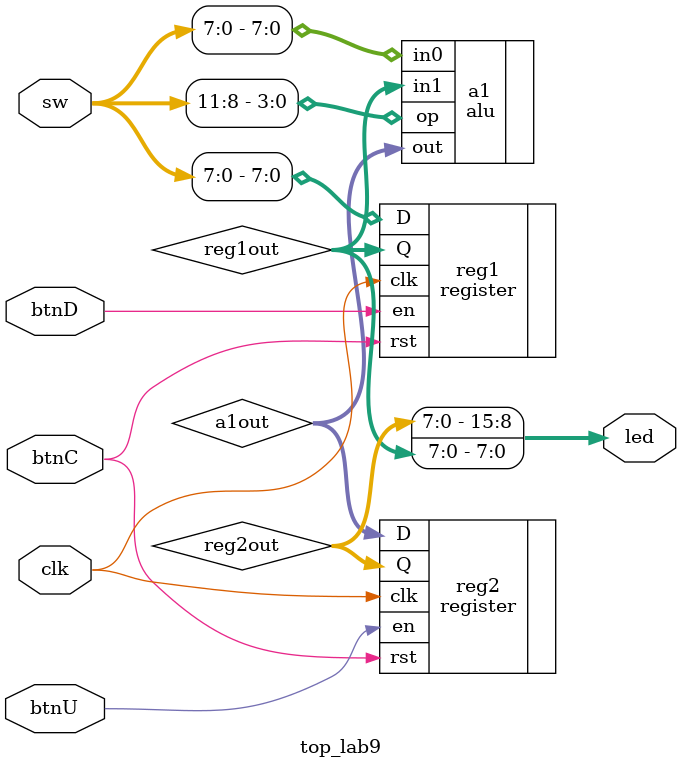
<source format=sv>
`timescale 1ns / 1ps

module top_lab9(
    input btnU, btnD, clk, btnC,
    input [15:0]sw,
    output [15:0] led
    );
    
    wire [7:0]reg1out, a1out, reg2out;
    
    register #(.N(8)) reg1 (.D(sw[7:0]), .clk(clk),
               .en(btnD), .rst(btnC),
               .Q(reg1out) ); 
               
    alu #(.N(8)) a1 (.in1(reg1out), .in0(sw[7:0]), .op(sw[11:8]),
               .out(a1out) ); 
               
    register #(.N(8)) reg2 (.D(a1out), .clk(clk),
               .en(btnU), .rst(btnC),
               .Q(reg2out) );
               
    assign led[7:0] = reg1out;
    assign led[15:8] = reg2out;
    
endmodule

</source>
